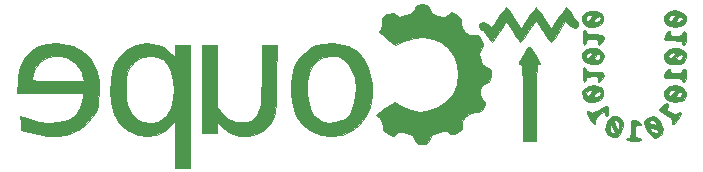
<source format=gbr>
G04 #@! TF.GenerationSoftware,KiCad,Pcbnew,(5.1.4)-1*
G04 #@! TF.CreationDate,2019-11-21T21:18:38+01:00*
G04 #@! TF.ProjectId,asserv_dc,61737365-7276-45f6-9463-2e6b69636164,rev?*
G04 #@! TF.SameCoordinates,Original*
G04 #@! TF.FileFunction,Legend,Bot*
G04 #@! TF.FilePolarity,Positive*
%FSLAX46Y46*%
G04 Gerber Fmt 4.6, Leading zero omitted, Abs format (unit mm)*
G04 Created by KiCad (PCBNEW (5.1.4)-1) date 2019-11-21 21:18:38*
%MOMM*%
%LPD*%
G04 APERTURE LIST*
%ADD10C,0.010000*%
G04 APERTURE END LIST*
D10*
G36*
X114021059Y-72451639D02*
G01*
X113594347Y-72617869D01*
X113371334Y-72896387D01*
X113371299Y-73250793D01*
X113479413Y-73474297D01*
X113673411Y-73689156D01*
X113942528Y-73781814D01*
X114239745Y-73797000D01*
X114718967Y-73735395D01*
X115009022Y-73553473D01*
X115188096Y-73216551D01*
X115172450Y-73077333D01*
X114955000Y-73077333D01*
X114865719Y-73326231D01*
X114586246Y-73415320D01*
X114548365Y-73416000D01*
X114387250Y-73379759D01*
X114414292Y-73226101D01*
X114447000Y-73162000D01*
X114622586Y-72969621D01*
X114817524Y-72912321D01*
X114943521Y-73004814D01*
X114955000Y-73077333D01*
X115172450Y-73077333D01*
X115151921Y-72894668D01*
X115148360Y-72890256D01*
X114243874Y-72890256D01*
X114113549Y-73105021D01*
X113914255Y-73295206D01*
X113749662Y-73293790D01*
X113692187Y-73124228D01*
X113727651Y-72980036D01*
X113902650Y-72816676D01*
X114064942Y-72781000D01*
X114236414Y-72796919D01*
X114243874Y-72890256D01*
X115148360Y-72890256D01*
X114937851Y-72629483D01*
X114583240Y-72462654D01*
X114125440Y-72435840D01*
X114021059Y-72451639D01*
X114021059Y-72451639D01*
G37*
X114021059Y-72451639D02*
X113594347Y-72617869D01*
X113371334Y-72896387D01*
X113371299Y-73250793D01*
X113479413Y-73474297D01*
X113673411Y-73689156D01*
X113942528Y-73781814D01*
X114239745Y-73797000D01*
X114718967Y-73735395D01*
X115009022Y-73553473D01*
X115188096Y-73216551D01*
X115172450Y-73077333D01*
X114955000Y-73077333D01*
X114865719Y-73326231D01*
X114586246Y-73415320D01*
X114548365Y-73416000D01*
X114387250Y-73379759D01*
X114414292Y-73226101D01*
X114447000Y-73162000D01*
X114622586Y-72969621D01*
X114817524Y-72912321D01*
X114943521Y-73004814D01*
X114955000Y-73077333D01*
X115172450Y-73077333D01*
X115151921Y-72894668D01*
X115148360Y-72890256D01*
X114243874Y-72890256D01*
X114113549Y-73105021D01*
X113914255Y-73295206D01*
X113749662Y-73293790D01*
X113692187Y-73124228D01*
X113727651Y-72980036D01*
X113902650Y-72816676D01*
X114064942Y-72781000D01*
X114236414Y-72796919D01*
X114243874Y-72890256D01*
X115148360Y-72890256D01*
X114937851Y-72629483D01*
X114583240Y-72462654D01*
X114125440Y-72435840D01*
X114021059Y-72451639D01*
G36*
X120759749Y-72523037D02*
G01*
X120475713Y-72728651D01*
X120314680Y-72997573D01*
X120320465Y-73298635D01*
X120521251Y-73586816D01*
X120850479Y-73748732D01*
X121279104Y-73796560D01*
X121696226Y-73731972D01*
X121983817Y-73564749D01*
X122172652Y-73207457D01*
X122161215Y-73107090D01*
X121881262Y-73107090D01*
X121803617Y-73236806D01*
X121606937Y-73379028D01*
X121406292Y-73410576D01*
X121305623Y-73317330D01*
X121305000Y-73304550D01*
X121401836Y-73117086D01*
X121610397Y-72978267D01*
X121807765Y-72968494D01*
X121813604Y-72971873D01*
X121881262Y-73107090D01*
X122161215Y-73107090D01*
X122136506Y-72890256D01*
X121228874Y-72890256D01*
X121098549Y-73105021D01*
X120899255Y-73295206D01*
X120734662Y-73293790D01*
X120677187Y-73124228D01*
X120712651Y-72980036D01*
X120887650Y-72816676D01*
X121049942Y-72781000D01*
X121221414Y-72796919D01*
X121228874Y-72890256D01*
X122136506Y-72890256D01*
X122132328Y-72853601D01*
X121911742Y-72597701D01*
X121521577Y-72426395D01*
X121122975Y-72411896D01*
X120759749Y-72523037D01*
X120759749Y-72523037D01*
G37*
X120759749Y-72523037D02*
X120475713Y-72728651D01*
X120314680Y-72997573D01*
X120320465Y-73298635D01*
X120521251Y-73586816D01*
X120850479Y-73748732D01*
X121279104Y-73796560D01*
X121696226Y-73731972D01*
X121983817Y-73564749D01*
X122172652Y-73207457D01*
X122161215Y-73107090D01*
X121881262Y-73107090D01*
X121803617Y-73236806D01*
X121606937Y-73379028D01*
X121406292Y-73410576D01*
X121305623Y-73317330D01*
X121305000Y-73304550D01*
X121401836Y-73117086D01*
X121610397Y-72978267D01*
X121807765Y-72968494D01*
X121813604Y-72971873D01*
X121881262Y-73107090D01*
X122161215Y-73107090D01*
X122136506Y-72890256D01*
X121228874Y-72890256D01*
X121098549Y-73105021D01*
X120899255Y-73295206D01*
X120734662Y-73293790D01*
X120677187Y-73124228D01*
X120712651Y-72980036D01*
X120887650Y-72816676D01*
X121049942Y-72781000D01*
X121221414Y-72796919D01*
X121228874Y-72890256D01*
X122136506Y-72890256D01*
X122132328Y-72853601D01*
X121911742Y-72597701D01*
X121521577Y-72426395D01*
X121122975Y-72411896D01*
X120759749Y-72523037D01*
G36*
X111931569Y-72244714D02*
G01*
X111722998Y-72508080D01*
X111453199Y-72886935D01*
X111341758Y-73052089D01*
X110739249Y-73958178D01*
X110148375Y-73054226D01*
X109869725Y-72643519D01*
X109637490Y-72329797D01*
X109489270Y-72162789D01*
X109463263Y-72148137D01*
X109354856Y-72245787D01*
X109147352Y-72507999D01*
X108878765Y-72885520D01*
X108772495Y-73043098D01*
X108175964Y-73940196D01*
X107614552Y-73043098D01*
X107345715Y-72631922D01*
X107119791Y-72319928D01*
X106974390Y-72157903D01*
X106950230Y-72146000D01*
X106840367Y-72246408D01*
X106636887Y-72514003D01*
X106377138Y-72898338D01*
X106278314Y-73053539D01*
X106000051Y-73490155D01*
X105819602Y-73739471D01*
X105702550Y-73831053D01*
X105614478Y-73794464D01*
X105539105Y-73688539D01*
X105256140Y-73458519D01*
X105018451Y-73416000D01*
X104760516Y-73457648D01*
X104672718Y-73628882D01*
X104668000Y-73733500D01*
X104734241Y-73988857D01*
X104858500Y-74051000D01*
X105027703Y-74105219D01*
X105049000Y-74151047D01*
X105123839Y-74301963D01*
X105311912Y-74562590D01*
X105403902Y-74676209D01*
X105758803Y-75101323D01*
X106307819Y-74258661D01*
X106576865Y-73863433D01*
X106800253Y-73567579D01*
X106938411Y-73422623D01*
X106955022Y-73415999D01*
X107062430Y-73517369D01*
X107256755Y-73785400D01*
X107499324Y-74165975D01*
X107543355Y-74239281D01*
X107789861Y-74634111D01*
X107994015Y-74926213D01*
X108117406Y-75061324D01*
X108127738Y-75064781D01*
X108236302Y-74967201D01*
X108443703Y-74705263D01*
X108711703Y-74328441D01*
X108813121Y-74178000D01*
X109087071Y-73773294D01*
X109304951Y-73465030D01*
X109431614Y-73302412D01*
X109448121Y-73289000D01*
X109533309Y-73387087D01*
X109722376Y-73648547D01*
X109980174Y-74024177D01*
X110083121Y-74178000D01*
X110361139Y-74583194D01*
X110588867Y-74891271D01*
X110729151Y-75052844D01*
X110750883Y-75065642D01*
X110849886Y-74965607D01*
X111046705Y-74700396D01*
X111304712Y-74320330D01*
X111399000Y-74175229D01*
X111970500Y-73286175D01*
X112229271Y-73605087D01*
X112513206Y-73852071D01*
X112784973Y-73928080D01*
X112983751Y-73833008D01*
X113050000Y-73606500D01*
X113017339Y-73367585D01*
X112954750Y-73288772D01*
X112839204Y-73190131D01*
X112644829Y-72937095D01*
X112498589Y-72717272D01*
X112279902Y-72397523D01*
X112106098Y-72190203D01*
X112040972Y-72145999D01*
X111931569Y-72244714D01*
X111931569Y-72244714D01*
G37*
X111931569Y-72244714D02*
X111722998Y-72508080D01*
X111453199Y-72886935D01*
X111341758Y-73052089D01*
X110739249Y-73958178D01*
X110148375Y-73054226D01*
X109869725Y-72643519D01*
X109637490Y-72329797D01*
X109489270Y-72162789D01*
X109463263Y-72148137D01*
X109354856Y-72245787D01*
X109147352Y-72507999D01*
X108878765Y-72885520D01*
X108772495Y-73043098D01*
X108175964Y-73940196D01*
X107614552Y-73043098D01*
X107345715Y-72631922D01*
X107119791Y-72319928D01*
X106974390Y-72157903D01*
X106950230Y-72146000D01*
X106840367Y-72246408D01*
X106636887Y-72514003D01*
X106377138Y-72898338D01*
X106278314Y-73053539D01*
X106000051Y-73490155D01*
X105819602Y-73739471D01*
X105702550Y-73831053D01*
X105614478Y-73794464D01*
X105539105Y-73688539D01*
X105256140Y-73458519D01*
X105018451Y-73416000D01*
X104760516Y-73457648D01*
X104672718Y-73628882D01*
X104668000Y-73733500D01*
X104734241Y-73988857D01*
X104858500Y-74051000D01*
X105027703Y-74105219D01*
X105049000Y-74151047D01*
X105123839Y-74301963D01*
X105311912Y-74562590D01*
X105403902Y-74676209D01*
X105758803Y-75101323D01*
X106307819Y-74258661D01*
X106576865Y-73863433D01*
X106800253Y-73567579D01*
X106938411Y-73422623D01*
X106955022Y-73415999D01*
X107062430Y-73517369D01*
X107256755Y-73785400D01*
X107499324Y-74165975D01*
X107543355Y-74239281D01*
X107789861Y-74634111D01*
X107994015Y-74926213D01*
X108117406Y-75061324D01*
X108127738Y-75064781D01*
X108236302Y-74967201D01*
X108443703Y-74705263D01*
X108711703Y-74328441D01*
X108813121Y-74178000D01*
X109087071Y-73773294D01*
X109304951Y-73465030D01*
X109431614Y-73302412D01*
X109448121Y-73289000D01*
X109533309Y-73387087D01*
X109722376Y-73648547D01*
X109980174Y-74024177D01*
X110083121Y-74178000D01*
X110361139Y-74583194D01*
X110588867Y-74891271D01*
X110729151Y-75052844D01*
X110750883Y-75065642D01*
X110849886Y-74965607D01*
X111046705Y-74700396D01*
X111304712Y-74320330D01*
X111399000Y-74175229D01*
X111970500Y-73286175D01*
X112229271Y-73605087D01*
X112513206Y-73852071D01*
X112784973Y-73928080D01*
X112983751Y-73833008D01*
X113050000Y-73606500D01*
X113017339Y-73367585D01*
X112954750Y-73288772D01*
X112839204Y-73190131D01*
X112644829Y-72937095D01*
X112498589Y-72717272D01*
X112279902Y-72397523D01*
X112106098Y-72190203D01*
X112040972Y-72145999D01*
X111931569Y-72244714D01*
G36*
X113485554Y-74165220D02*
G01*
X113439571Y-74457263D01*
X113431000Y-74686000D01*
X113453845Y-75048231D01*
X113512253Y-75278147D01*
X113558000Y-75321000D01*
X113661186Y-75214631D01*
X113685000Y-75067000D01*
X113723258Y-74906966D01*
X113881388Y-74832147D01*
X114224423Y-74813024D01*
X114244611Y-74813000D01*
X114588607Y-74826128D01*
X114737261Y-74885472D01*
X114748707Y-75020974D01*
X114737799Y-75067000D01*
X114731805Y-75278506D01*
X114841177Y-75297301D01*
X115015494Y-75123108D01*
X115051451Y-75068723D01*
X115206692Y-74757026D01*
X115183681Y-74563377D01*
X114959166Y-74463282D01*
X114509896Y-74432249D01*
X114447000Y-74432000D01*
X114004542Y-74417369D01*
X113766988Y-74365507D01*
X113686503Y-74264453D01*
X113685000Y-74241500D01*
X113616424Y-74072492D01*
X113558000Y-74051000D01*
X113485554Y-74165220D01*
X113485554Y-74165220D01*
G37*
X113485554Y-74165220D02*
X113439571Y-74457263D01*
X113431000Y-74686000D01*
X113453845Y-75048231D01*
X113512253Y-75278147D01*
X113558000Y-75321000D01*
X113661186Y-75214631D01*
X113685000Y-75067000D01*
X113723258Y-74906966D01*
X113881388Y-74832147D01*
X114224423Y-74813024D01*
X114244611Y-74813000D01*
X114588607Y-74826128D01*
X114737261Y-74885472D01*
X114748707Y-75020974D01*
X114737799Y-75067000D01*
X114731805Y-75278506D01*
X114841177Y-75297301D01*
X115015494Y-75123108D01*
X115051451Y-75068723D01*
X115206692Y-74757026D01*
X115183681Y-74563377D01*
X114959166Y-74463282D01*
X114509896Y-74432249D01*
X114447000Y-74432000D01*
X114004542Y-74417369D01*
X113766988Y-74365507D01*
X113686503Y-74264453D01*
X113685000Y-74241500D01*
X113616424Y-74072492D01*
X113558000Y-74051000D01*
X113485554Y-74165220D01*
G36*
X120643984Y-74147604D02*
G01*
X120472384Y-74374416D01*
X120359486Y-74654250D01*
X120326430Y-74811630D01*
X120385084Y-74897139D01*
X120587688Y-74932635D01*
X120986481Y-74939973D01*
X121042442Y-74940000D01*
X121487711Y-74954344D01*
X121727981Y-75005253D01*
X121811045Y-75104542D01*
X121813000Y-75130500D01*
X121914660Y-75298872D01*
X122003500Y-75321000D01*
X122129062Y-75246207D01*
X122186255Y-74991895D01*
X122194000Y-74749500D01*
X122169070Y-74372816D01*
X122084299Y-74201237D01*
X122003500Y-74178000D01*
X121835128Y-74279659D01*
X121813000Y-74368500D01*
X121731303Y-74499370D01*
X121458784Y-74554671D01*
X121291413Y-74559000D01*
X120958896Y-74538940D01*
X120832085Y-74466048D01*
X120841366Y-74372567D01*
X120847675Y-74172987D01*
X120805844Y-74119965D01*
X120643984Y-74147604D01*
X120643984Y-74147604D01*
G37*
X120643984Y-74147604D02*
X120472384Y-74374416D01*
X120359486Y-74654250D01*
X120326430Y-74811630D01*
X120385084Y-74897139D01*
X120587688Y-74932635D01*
X120986481Y-74939973D01*
X121042442Y-74940000D01*
X121487711Y-74954344D01*
X121727981Y-75005253D01*
X121811045Y-75104542D01*
X121813000Y-75130500D01*
X121914660Y-75298872D01*
X122003500Y-75321000D01*
X122129062Y-75246207D01*
X122186255Y-74991895D01*
X122194000Y-74749500D01*
X122169070Y-74372816D01*
X122084299Y-74201237D01*
X122003500Y-74178000D01*
X121835128Y-74279659D01*
X121813000Y-74368500D01*
X121731303Y-74499370D01*
X121458784Y-74554671D01*
X121291413Y-74559000D01*
X120958896Y-74538940D01*
X120832085Y-74466048D01*
X120841366Y-74372567D01*
X120847675Y-74172987D01*
X120805844Y-74119965D01*
X120643984Y-74147604D01*
G36*
X114023297Y-75601161D02*
G01*
X113658362Y-75745509D01*
X113558000Y-75829000D01*
X113342194Y-76122928D01*
X113344644Y-76408080D01*
X113501702Y-76689741D01*
X113782398Y-76895274D01*
X114186271Y-76982150D01*
X114610127Y-76946922D01*
X114950773Y-76786145D01*
X114998817Y-76739749D01*
X115166010Y-76448716D01*
X115171819Y-76420371D01*
X114911016Y-76420371D01*
X114733592Y-76564136D01*
X114562037Y-76591000D01*
X114390008Y-76556484D01*
X114411371Y-76407233D01*
X114447000Y-76337000D01*
X114635946Y-76113066D01*
X114819278Y-76125428D01*
X114891500Y-76210000D01*
X114911016Y-76420371D01*
X115171819Y-76420371D01*
X115209000Y-76238951D01*
X115146307Y-76065256D01*
X114243874Y-76065256D01*
X114113549Y-76280021D01*
X113914255Y-76470206D01*
X113749662Y-76468790D01*
X113692187Y-76299228D01*
X113727651Y-76155036D01*
X113902650Y-75991676D01*
X114064942Y-75956000D01*
X114236414Y-75971919D01*
X114243874Y-76065256D01*
X115146307Y-76065256D01*
X115098651Y-75933223D01*
X114815927Y-75713016D01*
X114433314Y-75596329D01*
X114023297Y-75601161D01*
X114023297Y-75601161D01*
G37*
X114023297Y-75601161D02*
X113658362Y-75745509D01*
X113558000Y-75829000D01*
X113342194Y-76122928D01*
X113344644Y-76408080D01*
X113501702Y-76689741D01*
X113782398Y-76895274D01*
X114186271Y-76982150D01*
X114610127Y-76946922D01*
X114950773Y-76786145D01*
X114998817Y-76739749D01*
X115166010Y-76448716D01*
X115171819Y-76420371D01*
X114911016Y-76420371D01*
X114733592Y-76564136D01*
X114562037Y-76591000D01*
X114390008Y-76556484D01*
X114411371Y-76407233D01*
X114447000Y-76337000D01*
X114635946Y-76113066D01*
X114819278Y-76125428D01*
X114891500Y-76210000D01*
X114911016Y-76420371D01*
X115171819Y-76420371D01*
X115209000Y-76238951D01*
X115146307Y-76065256D01*
X114243874Y-76065256D01*
X114113549Y-76280021D01*
X113914255Y-76470206D01*
X113749662Y-76468790D01*
X113692187Y-76299228D01*
X113727651Y-76155036D01*
X113902650Y-75991676D01*
X114064942Y-75956000D01*
X114236414Y-75971919D01*
X114243874Y-76065256D01*
X115146307Y-76065256D01*
X115098651Y-75933223D01*
X114815927Y-75713016D01*
X114433314Y-75596329D01*
X114023297Y-75601161D01*
G36*
X120759749Y-75698037D02*
G01*
X120475713Y-75903651D01*
X120314680Y-76172573D01*
X120320465Y-76473635D01*
X120521251Y-76761816D01*
X120850479Y-76923732D01*
X121279104Y-76971560D01*
X121696226Y-76906972D01*
X121983817Y-76739749D01*
X122172652Y-76382457D01*
X122163012Y-76297858D01*
X121884180Y-76297858D01*
X121797665Y-76479220D01*
X121597398Y-76586836D01*
X121545413Y-76591000D01*
X121346434Y-76541908D01*
X121305000Y-76479550D01*
X121399465Y-76296197D01*
X121602356Y-76153710D01*
X121792918Y-76134696D01*
X121801891Y-76139633D01*
X121884180Y-76297858D01*
X122163012Y-76297858D01*
X122136506Y-76065256D01*
X121228874Y-76065256D01*
X121098549Y-76280021D01*
X120899255Y-76470206D01*
X120734662Y-76468790D01*
X120677187Y-76299228D01*
X120712651Y-76155036D01*
X120887650Y-75991676D01*
X121049942Y-75956000D01*
X121221414Y-75971919D01*
X121228874Y-76065256D01*
X122136506Y-76065256D01*
X122132328Y-76028601D01*
X121911742Y-75772701D01*
X121521577Y-75601395D01*
X121122975Y-75586896D01*
X120759749Y-75698037D01*
X120759749Y-75698037D01*
G37*
X120759749Y-75698037D02*
X120475713Y-75903651D01*
X120314680Y-76172573D01*
X120320465Y-76473635D01*
X120521251Y-76761816D01*
X120850479Y-76923732D01*
X121279104Y-76971560D01*
X121696226Y-76906972D01*
X121983817Y-76739749D01*
X122172652Y-76382457D01*
X122163012Y-76297858D01*
X121884180Y-76297858D01*
X121797665Y-76479220D01*
X121597398Y-76586836D01*
X121545413Y-76591000D01*
X121346434Y-76541908D01*
X121305000Y-76479550D01*
X121399465Y-76296197D01*
X121602356Y-76153710D01*
X121792918Y-76134696D01*
X121801891Y-76139633D01*
X121884180Y-76297858D01*
X122163012Y-76297858D01*
X122136506Y-76065256D01*
X121228874Y-76065256D01*
X121098549Y-76280021D01*
X120899255Y-76470206D01*
X120734662Y-76468790D01*
X120677187Y-76299228D01*
X120712651Y-76155036D01*
X120887650Y-75991676D01*
X121049942Y-75956000D01*
X121221414Y-75971919D01*
X121228874Y-76065256D01*
X122136506Y-76065256D01*
X122132328Y-76028601D01*
X121911742Y-75772701D01*
X121521577Y-75601395D01*
X121122975Y-75586896D01*
X120759749Y-75698037D01*
G36*
X113485554Y-77340220D02*
G01*
X113439571Y-77632263D01*
X113431000Y-77861000D01*
X113453845Y-78223231D01*
X113512253Y-78453147D01*
X113558000Y-78496000D01*
X113661186Y-78389631D01*
X113685000Y-78242000D01*
X113723258Y-78081966D01*
X113881388Y-78007147D01*
X114224423Y-77988024D01*
X114244611Y-77988000D01*
X114588607Y-78001128D01*
X114737261Y-78060472D01*
X114748707Y-78195974D01*
X114737799Y-78242000D01*
X114731805Y-78453506D01*
X114841177Y-78472301D01*
X115015494Y-78298108D01*
X115051451Y-78243723D01*
X115206692Y-77932026D01*
X115183681Y-77738377D01*
X114959166Y-77638282D01*
X114509896Y-77607249D01*
X114447000Y-77607000D01*
X114004542Y-77592369D01*
X113766988Y-77540507D01*
X113686503Y-77439453D01*
X113685000Y-77416500D01*
X113616424Y-77247492D01*
X113558000Y-77226000D01*
X113485554Y-77340220D01*
X113485554Y-77340220D01*
G37*
X113485554Y-77340220D02*
X113439571Y-77632263D01*
X113431000Y-77861000D01*
X113453845Y-78223231D01*
X113512253Y-78453147D01*
X113558000Y-78496000D01*
X113661186Y-78389631D01*
X113685000Y-78242000D01*
X113723258Y-78081966D01*
X113881388Y-78007147D01*
X114224423Y-77988024D01*
X114244611Y-77988000D01*
X114588607Y-78001128D01*
X114737261Y-78060472D01*
X114748707Y-78195974D01*
X114737799Y-78242000D01*
X114731805Y-78453506D01*
X114841177Y-78472301D01*
X115015494Y-78298108D01*
X115051451Y-78243723D01*
X115206692Y-77932026D01*
X115183681Y-77738377D01*
X114959166Y-77638282D01*
X114509896Y-77607249D01*
X114447000Y-77607000D01*
X114004542Y-77592369D01*
X113766988Y-77540507D01*
X113686503Y-77439453D01*
X113685000Y-77416500D01*
X113616424Y-77247492D01*
X113558000Y-77226000D01*
X113485554Y-77340220D01*
G36*
X120566109Y-77457355D02*
G01*
X120401533Y-77699568D01*
X120298413Y-77973355D01*
X120289000Y-78059767D01*
X120404417Y-78088902D01*
X120704401Y-78108916D01*
X121051000Y-78115000D01*
X121493459Y-78129630D01*
X121731013Y-78181492D01*
X121811498Y-78282546D01*
X121813000Y-78305500D01*
X121914660Y-78473872D01*
X122003500Y-78496000D01*
X122129062Y-78421207D01*
X122186255Y-78166895D01*
X122194000Y-77924500D01*
X122169070Y-77547816D01*
X122084299Y-77376237D01*
X122003500Y-77353000D01*
X121835128Y-77454659D01*
X121813000Y-77543500D01*
X121731303Y-77674370D01*
X121458784Y-77729671D01*
X121291413Y-77734000D01*
X120960012Y-77714630D01*
X120832971Y-77643038D01*
X120842927Y-77543500D01*
X120822982Y-77379814D01*
X120726371Y-77353000D01*
X120566109Y-77457355D01*
X120566109Y-77457355D01*
G37*
X120566109Y-77457355D02*
X120401533Y-77699568D01*
X120298413Y-77973355D01*
X120289000Y-78059767D01*
X120404417Y-78088902D01*
X120704401Y-78108916D01*
X121051000Y-78115000D01*
X121493459Y-78129630D01*
X121731013Y-78181492D01*
X121811498Y-78282546D01*
X121813000Y-78305500D01*
X121914660Y-78473872D01*
X122003500Y-78496000D01*
X122129062Y-78421207D01*
X122186255Y-78166895D01*
X122194000Y-77924500D01*
X122169070Y-77547816D01*
X122084299Y-77376237D01*
X122003500Y-77353000D01*
X121835128Y-77454659D01*
X121813000Y-77543500D01*
X121731303Y-77674370D01*
X121458784Y-77729671D01*
X121291413Y-77734000D01*
X120960012Y-77714630D01*
X120832971Y-77643038D01*
X120842927Y-77543500D01*
X120822982Y-77379814D01*
X120726371Y-77353000D01*
X120566109Y-77457355D01*
G36*
X113921437Y-78831213D02*
G01*
X113575099Y-79045582D01*
X113394550Y-79349200D01*
X113416450Y-79698162D01*
X113488402Y-79838016D01*
X113681604Y-80045144D01*
X113960033Y-80133773D01*
X114239745Y-80147000D01*
X114734961Y-80079936D01*
X114998817Y-79914749D01*
X115182185Y-79562099D01*
X115170050Y-79427333D01*
X114955000Y-79427333D01*
X114865719Y-79676231D01*
X114586246Y-79765320D01*
X114548365Y-79766000D01*
X114387250Y-79729759D01*
X114414292Y-79576101D01*
X114447000Y-79512000D01*
X114622586Y-79319621D01*
X114817524Y-79262321D01*
X114943521Y-79354814D01*
X114955000Y-79427333D01*
X115170050Y-79427333D01*
X115151397Y-79220181D01*
X114230861Y-79220181D01*
X114125975Y-79435937D01*
X114118536Y-79447409D01*
X113915685Y-79659435D01*
X113753938Y-79665729D01*
X113685091Y-79465432D01*
X113685000Y-79454592D01*
X113794790Y-79270456D01*
X114055327Y-79148576D01*
X114206315Y-79131000D01*
X114230861Y-79220181D01*
X115151397Y-79220181D01*
X115150631Y-79211679D01*
X114936131Y-78925363D01*
X114570659Y-78765026D01*
X114396901Y-78750000D01*
X113921437Y-78831213D01*
X113921437Y-78831213D01*
G37*
X113921437Y-78831213D02*
X113575099Y-79045582D01*
X113394550Y-79349200D01*
X113416450Y-79698162D01*
X113488402Y-79838016D01*
X113681604Y-80045144D01*
X113960033Y-80133773D01*
X114239745Y-80147000D01*
X114734961Y-80079936D01*
X114998817Y-79914749D01*
X115182185Y-79562099D01*
X115170050Y-79427333D01*
X114955000Y-79427333D01*
X114865719Y-79676231D01*
X114586246Y-79765320D01*
X114548365Y-79766000D01*
X114387250Y-79729759D01*
X114414292Y-79576101D01*
X114447000Y-79512000D01*
X114622586Y-79319621D01*
X114817524Y-79262321D01*
X114943521Y-79354814D01*
X114955000Y-79427333D01*
X115170050Y-79427333D01*
X115151397Y-79220181D01*
X114230861Y-79220181D01*
X114125975Y-79435937D01*
X114118536Y-79447409D01*
X113915685Y-79659435D01*
X113753938Y-79665729D01*
X113685091Y-79465432D01*
X113685000Y-79454592D01*
X113794790Y-79270456D01*
X114055327Y-79148576D01*
X114206315Y-79131000D01*
X114230861Y-79220181D01*
X115151397Y-79220181D01*
X115150631Y-79211679D01*
X114936131Y-78925363D01*
X114570659Y-78765026D01*
X114396901Y-78750000D01*
X113921437Y-78831213D01*
G36*
X120803911Y-78834994D02*
G01*
X120486496Y-79054381D01*
X120321660Y-79354766D01*
X120341806Y-79682756D01*
X120521251Y-79936816D01*
X120835052Y-80089007D01*
X121258219Y-80143790D01*
X121678460Y-80100356D01*
X121983484Y-79957896D01*
X121994429Y-79947428D01*
X122173390Y-79626900D01*
X122162564Y-79512000D01*
X121813000Y-79512000D01*
X121723198Y-79724256D01*
X121559000Y-79766000D01*
X121352477Y-79723367D01*
X121305000Y-79664400D01*
X121396485Y-79481054D01*
X121586533Y-79306789D01*
X121711401Y-79258000D01*
X121794010Y-79364581D01*
X121813000Y-79512000D01*
X122162564Y-79512000D01*
X122141918Y-79292887D01*
X122097641Y-79230407D01*
X121232946Y-79230407D01*
X121088679Y-79438515D01*
X120881044Y-79620985D01*
X120722795Y-79615745D01*
X120681375Y-79442251D01*
X120712651Y-79330036D01*
X120887484Y-79167317D01*
X121052944Y-79131000D01*
X121227616Y-79144740D01*
X121232946Y-79230407D01*
X122097641Y-79230407D01*
X121934302Y-78999922D01*
X121584832Y-78802538D01*
X121241500Y-78750000D01*
X120803911Y-78834994D01*
X120803911Y-78834994D01*
G37*
X120803911Y-78834994D02*
X120486496Y-79054381D01*
X120321660Y-79354766D01*
X120341806Y-79682756D01*
X120521251Y-79936816D01*
X120835052Y-80089007D01*
X121258219Y-80143790D01*
X121678460Y-80100356D01*
X121983484Y-79957896D01*
X121994429Y-79947428D01*
X122173390Y-79626900D01*
X122162564Y-79512000D01*
X121813000Y-79512000D01*
X121723198Y-79724256D01*
X121559000Y-79766000D01*
X121352477Y-79723367D01*
X121305000Y-79664400D01*
X121396485Y-79481054D01*
X121586533Y-79306789D01*
X121711401Y-79258000D01*
X121794010Y-79364581D01*
X121813000Y-79512000D01*
X122162564Y-79512000D01*
X122141918Y-79292887D01*
X122097641Y-79230407D01*
X121232946Y-79230407D01*
X121088679Y-79438515D01*
X120881044Y-79620985D01*
X120722795Y-79615745D01*
X120681375Y-79442251D01*
X120712651Y-79330036D01*
X120887484Y-79167317D01*
X121052944Y-79131000D01*
X121227616Y-79144740D01*
X121232946Y-79230407D01*
X122097641Y-79230407D01*
X121934302Y-78999922D01*
X121584832Y-78802538D01*
X121241500Y-78750000D01*
X120803911Y-78834994D01*
G36*
X115374746Y-80514759D02*
G01*
X115090902Y-80644941D01*
X114802929Y-80809494D01*
X114417816Y-81026578D01*
X114187987Y-81099494D01*
X114069680Y-81041862D01*
X114067505Y-81038433D01*
X113906388Y-80939729D01*
X113832579Y-80959781D01*
X113796068Y-81124608D01*
X113940009Y-81453260D01*
X113958164Y-81484458D01*
X114193901Y-81839932D01*
X114367999Y-82014259D01*
X114457275Y-81985345D01*
X114461625Y-81964245D01*
X114465955Y-81754134D01*
X114461243Y-81671000D01*
X114550198Y-81488462D01*
X114790727Y-81263542D01*
X114891118Y-81193582D01*
X115171702Y-81018968D01*
X115299408Y-80979329D01*
X115334433Y-81071383D01*
X115336000Y-81169327D01*
X115384706Y-81345666D01*
X115463000Y-81353500D01*
X115551593Y-81181227D01*
X115588831Y-80889879D01*
X115566909Y-80610620D01*
X115514123Y-80494456D01*
X115374746Y-80514759D01*
X115374746Y-80514759D01*
G37*
X115374746Y-80514759D02*
X115090902Y-80644941D01*
X114802929Y-80809494D01*
X114417816Y-81026578D01*
X114187987Y-81099494D01*
X114069680Y-81041862D01*
X114067505Y-81038433D01*
X113906388Y-80939729D01*
X113832579Y-80959781D01*
X113796068Y-81124608D01*
X113940009Y-81453260D01*
X113958164Y-81484458D01*
X114193901Y-81839932D01*
X114367999Y-82014259D01*
X114457275Y-81985345D01*
X114461625Y-81964245D01*
X114465955Y-81754134D01*
X114461243Y-81671000D01*
X114550198Y-81488462D01*
X114790727Y-81263542D01*
X114891118Y-81193582D01*
X115171702Y-81018968D01*
X115299408Y-80979329D01*
X115334433Y-81071383D01*
X115336000Y-81169327D01*
X115384706Y-81345666D01*
X115463000Y-81353500D01*
X115551593Y-81181227D01*
X115588831Y-80889879D01*
X115566909Y-80610620D01*
X115514123Y-80494456D01*
X115374746Y-80514759D01*
G36*
X120379836Y-80347304D02*
G01*
X120138892Y-80514246D01*
X119951789Y-80695372D01*
X119908000Y-80783847D01*
X120008687Y-80907326D01*
X120266847Y-81100125D01*
X120483487Y-81235550D01*
X120831428Y-81465657D01*
X120982864Y-81648045D01*
X120982929Y-81812404D01*
X120962545Y-82020473D01*
X121062682Y-82056957D01*
X121238683Y-81943227D01*
X121445894Y-81700655D01*
X121543741Y-81544000D01*
X121705374Y-81218700D01*
X121721816Y-81062660D01*
X121656027Y-81036000D01*
X121409786Y-81118290D01*
X121361408Y-81157392D01*
X121168524Y-81178091D01*
X120836396Y-81022972D01*
X120808061Y-81005291D01*
X120574019Y-80826989D01*
X120499893Y-80704417D01*
X120523054Y-80682815D01*
X120640328Y-80558398D01*
X120666326Y-80378412D01*
X120585462Y-80275035D01*
X120571259Y-80274000D01*
X120379836Y-80347304D01*
X120379836Y-80347304D01*
G37*
X120379836Y-80347304D02*
X120138892Y-80514246D01*
X119951789Y-80695372D01*
X119908000Y-80783847D01*
X120008687Y-80907326D01*
X120266847Y-81100125D01*
X120483487Y-81235550D01*
X120831428Y-81465657D01*
X120982864Y-81648045D01*
X120982929Y-81812404D01*
X120962545Y-82020473D01*
X121062682Y-82056957D01*
X121238683Y-81943227D01*
X121445894Y-81700655D01*
X121543741Y-81544000D01*
X121705374Y-81218700D01*
X121721816Y-81062660D01*
X121656027Y-81036000D01*
X121409786Y-81118290D01*
X121361408Y-81157392D01*
X121168524Y-81178091D01*
X120836396Y-81022972D01*
X120808061Y-81005291D01*
X120574019Y-80826989D01*
X120499893Y-80704417D01*
X120523054Y-80682815D01*
X120640328Y-80558398D01*
X120666326Y-80378412D01*
X120585462Y-80275035D01*
X120571259Y-80274000D01*
X120379836Y-80347304D01*
G36*
X68057450Y-75251746D02*
G01*
X67396454Y-75439266D01*
X66831893Y-75781073D01*
X66588622Y-75994186D01*
X66114096Y-76550344D01*
X65803168Y-77178466D01*
X65628296Y-77944236D01*
X65583881Y-78390348D01*
X65515706Y-79385000D01*
X71140000Y-79385000D01*
X71137211Y-79734250D01*
X71058453Y-80163805D01*
X70863687Y-80660302D01*
X70606641Y-81104677D01*
X70423039Y-81316906D01*
X69849404Y-81668192D01*
X69117642Y-81871176D01*
X68278673Y-81921831D01*
X67383418Y-81816129D01*
X66656700Y-81614801D01*
X65792899Y-81309959D01*
X65831200Y-81903229D01*
X65869500Y-82496500D01*
X66564535Y-82726928D01*
X67283124Y-82902768D01*
X68089391Y-83000486D01*
X68892015Y-83016213D01*
X69599679Y-82946080D01*
X69917000Y-82868971D01*
X70832206Y-82457429D01*
X71565196Y-81869561D01*
X72114256Y-81106917D01*
X72296274Y-80718500D01*
X72365423Y-80423013D01*
X72419854Y-79954526D01*
X72451424Y-79393954D01*
X72456013Y-79131000D01*
X72446424Y-78490430D01*
X72435125Y-78369000D01*
X71169625Y-78369000D01*
X68995813Y-78369000D01*
X68206785Y-78368066D01*
X67636317Y-78362252D01*
X67248971Y-78347034D01*
X67009307Y-78317890D01*
X66881886Y-78270298D01*
X66831268Y-78199735D01*
X66822015Y-78101678D01*
X66822000Y-78091596D01*
X66876342Y-77810587D01*
X67013143Y-77429639D01*
X67083634Y-77273730D01*
X67463577Y-76752192D01*
X67981869Y-76404876D01*
X68588024Y-76236128D01*
X69231559Y-76250292D01*
X69861991Y-76451714D01*
X70428834Y-76844738D01*
X70555996Y-76974882D01*
X70813546Y-77287286D01*
X70980086Y-77541704D01*
X71014735Y-77639115D01*
X71047498Y-77883784D01*
X71093047Y-78083250D01*
X71169625Y-78369000D01*
X72435125Y-78369000D01*
X72402680Y-78020351D01*
X72312181Y-77638170D01*
X72175136Y-77289500D01*
X71679168Y-76459368D01*
X71034705Y-75834707D01*
X70247415Y-75419120D01*
X69322966Y-75216211D01*
X68881671Y-75195240D01*
X68057450Y-75251746D01*
X68057450Y-75251746D01*
G37*
X68057450Y-75251746D02*
X67396454Y-75439266D01*
X66831893Y-75781073D01*
X66588622Y-75994186D01*
X66114096Y-76550344D01*
X65803168Y-77178466D01*
X65628296Y-77944236D01*
X65583881Y-78390348D01*
X65515706Y-79385000D01*
X71140000Y-79385000D01*
X71137211Y-79734250D01*
X71058453Y-80163805D01*
X70863687Y-80660302D01*
X70606641Y-81104677D01*
X70423039Y-81316906D01*
X69849404Y-81668192D01*
X69117642Y-81871176D01*
X68278673Y-81921831D01*
X67383418Y-81816129D01*
X66656700Y-81614801D01*
X65792899Y-81309959D01*
X65831200Y-81903229D01*
X65869500Y-82496500D01*
X66564535Y-82726928D01*
X67283124Y-82902768D01*
X68089391Y-83000486D01*
X68892015Y-83016213D01*
X69599679Y-82946080D01*
X69917000Y-82868971D01*
X70832206Y-82457429D01*
X71565196Y-81869561D01*
X72114256Y-81106917D01*
X72296274Y-80718500D01*
X72365423Y-80423013D01*
X72419854Y-79954526D01*
X72451424Y-79393954D01*
X72456013Y-79131000D01*
X72446424Y-78490430D01*
X72435125Y-78369000D01*
X71169625Y-78369000D01*
X68995813Y-78369000D01*
X68206785Y-78368066D01*
X67636317Y-78362252D01*
X67248971Y-78347034D01*
X67009307Y-78317890D01*
X66881886Y-78270298D01*
X66831268Y-78199735D01*
X66822015Y-78101678D01*
X66822000Y-78091596D01*
X66876342Y-77810587D01*
X67013143Y-77429639D01*
X67083634Y-77273730D01*
X67463577Y-76752192D01*
X67981869Y-76404876D01*
X68588024Y-76236128D01*
X69231559Y-76250292D01*
X69861991Y-76451714D01*
X70428834Y-76844738D01*
X70555996Y-76974882D01*
X70813546Y-77287286D01*
X70980086Y-77541704D01*
X71014735Y-77639115D01*
X71047498Y-77883784D01*
X71093047Y-78083250D01*
X71169625Y-78369000D01*
X72435125Y-78369000D01*
X72402680Y-78020351D01*
X72312181Y-77638170D01*
X72175136Y-77289500D01*
X71679168Y-76459368D01*
X71034705Y-75834707D01*
X70247415Y-75419120D01*
X69322966Y-75216211D01*
X68881671Y-75195240D01*
X68057450Y-75251746D01*
G36*
X86252292Y-77765750D02*
G01*
X86245264Y-78562811D01*
X86226148Y-79303101D01*
X86197196Y-79937151D01*
X86160659Y-80415490D01*
X86119380Y-80686540D01*
X85869297Y-81282472D01*
X85495546Y-81667430D01*
X84971949Y-81864986D01*
X84781402Y-81891265D01*
X84037720Y-81858323D01*
X83411474Y-81601597D01*
X82891895Y-81116577D01*
X82872492Y-81091465D01*
X82506500Y-80611979D01*
X82465555Y-77966489D01*
X82424610Y-75321000D01*
X81173000Y-75321000D01*
X81173000Y-82814000D01*
X82443000Y-82814000D01*
X82443000Y-81837328D01*
X82927959Y-82298658D01*
X83598906Y-82770664D01*
X84360948Y-83017822D01*
X85171927Y-83031525D01*
X85788792Y-82882751D01*
X86426022Y-82544705D01*
X86917825Y-82023226D01*
X87188039Y-81544000D01*
X87276046Y-81333642D01*
X87343601Y-81105101D01*
X87394200Y-80820381D01*
X87431337Y-80441489D01*
X87458507Y-79930428D01*
X87479205Y-79249206D01*
X87496926Y-78359828D01*
X87500534Y-78146750D01*
X87547494Y-75321000D01*
X86253000Y-75321000D01*
X86252292Y-77765750D01*
X86252292Y-77765750D01*
G37*
X86252292Y-77765750D02*
X86245264Y-78562811D01*
X86226148Y-79303101D01*
X86197196Y-79937151D01*
X86160659Y-80415490D01*
X86119380Y-80686540D01*
X85869297Y-81282472D01*
X85495546Y-81667430D01*
X84971949Y-81864986D01*
X84781402Y-81891265D01*
X84037720Y-81858323D01*
X83411474Y-81601597D01*
X82891895Y-81116577D01*
X82872492Y-81091465D01*
X82506500Y-80611979D01*
X82465555Y-77966489D01*
X82424610Y-75321000D01*
X81173000Y-75321000D01*
X81173000Y-82814000D01*
X82443000Y-82814000D01*
X82443000Y-81837328D01*
X82927959Y-82298658D01*
X83598906Y-82770664D01*
X84360948Y-83017822D01*
X85171927Y-83031525D01*
X85788792Y-82882751D01*
X86426022Y-82544705D01*
X86917825Y-82023226D01*
X87188039Y-81544000D01*
X87276046Y-81333642D01*
X87343601Y-81105101D01*
X87394200Y-80820381D01*
X87431337Y-80441489D01*
X87458507Y-79930428D01*
X87479205Y-79249206D01*
X87496926Y-78359828D01*
X87500534Y-78146750D01*
X87547494Y-75321000D01*
X86253000Y-75321000D01*
X86252292Y-77765750D01*
G36*
X91458135Y-75229978D02*
G01*
X90866108Y-75352018D01*
X90370891Y-75590304D01*
X89897457Y-75973070D01*
X89738377Y-76130607D01*
X89328336Y-76598106D01*
X89064046Y-77039270D01*
X88881127Y-77555458D01*
X88697022Y-78560995D01*
X88693977Y-79563716D01*
X88862463Y-80513138D01*
X89192950Y-81358774D01*
X89675907Y-82050139D01*
X89742625Y-82119309D01*
X90425814Y-82629236D01*
X91237266Y-82946280D01*
X92126156Y-83057677D01*
X93041660Y-82950663D01*
X93047500Y-82949246D01*
X93839474Y-82633156D01*
X94502653Y-82118291D01*
X95022021Y-81432970D01*
X95382559Y-80605509D01*
X95569251Y-79664227D01*
X95567759Y-78958614D01*
X94237028Y-78958614D01*
X94188064Y-79779108D01*
X94005215Y-80521435D01*
X93702132Y-81138872D01*
X93292466Y-81584694D01*
X93084756Y-81713079D01*
X92487732Y-81894437D01*
X91850091Y-81904777D01*
X91270208Y-81747717D01*
X91077079Y-81639250D01*
X90629477Y-81226900D01*
X90322950Y-80677454D01*
X90142747Y-79955954D01*
X90081573Y-79279768D01*
X90098424Y-78392690D01*
X90243444Y-77689518D01*
X90530277Y-77127447D01*
X90894029Y-76730182D01*
X91474200Y-76363212D01*
X92079635Y-76226806D01*
X92673350Y-76305274D01*
X93218363Y-76582925D01*
X93677691Y-77044069D01*
X94014351Y-77673016D01*
X94138455Y-78106677D01*
X94237028Y-78958614D01*
X95567759Y-78958614D01*
X95567079Y-78637440D01*
X95522093Y-78282989D01*
X95267276Y-77272658D01*
X94854530Y-76458186D01*
X94287266Y-75842760D01*
X93568891Y-75429569D01*
X92702813Y-75221802D01*
X92222000Y-75195948D01*
X91458135Y-75229978D01*
X91458135Y-75229978D01*
G37*
X91458135Y-75229978D02*
X90866108Y-75352018D01*
X90370891Y-75590304D01*
X89897457Y-75973070D01*
X89738377Y-76130607D01*
X89328336Y-76598106D01*
X89064046Y-77039270D01*
X88881127Y-77555458D01*
X88697022Y-78560995D01*
X88693977Y-79563716D01*
X88862463Y-80513138D01*
X89192950Y-81358774D01*
X89675907Y-82050139D01*
X89742625Y-82119309D01*
X90425814Y-82629236D01*
X91237266Y-82946280D01*
X92126156Y-83057677D01*
X93041660Y-82950663D01*
X93047500Y-82949246D01*
X93839474Y-82633156D01*
X94502653Y-82118291D01*
X95022021Y-81432970D01*
X95382559Y-80605509D01*
X95569251Y-79664227D01*
X95567759Y-78958614D01*
X94237028Y-78958614D01*
X94188064Y-79779108D01*
X94005215Y-80521435D01*
X93702132Y-81138872D01*
X93292466Y-81584694D01*
X93084756Y-81713079D01*
X92487732Y-81894437D01*
X91850091Y-81904777D01*
X91270208Y-81747717D01*
X91077079Y-81639250D01*
X90629477Y-81226900D01*
X90322950Y-80677454D01*
X90142747Y-79955954D01*
X90081573Y-79279768D01*
X90098424Y-78392690D01*
X90243444Y-77689518D01*
X90530277Y-77127447D01*
X90894029Y-76730182D01*
X91474200Y-76363212D01*
X92079635Y-76226806D01*
X92673350Y-76305274D01*
X93218363Y-76582925D01*
X93677691Y-77044069D01*
X94014351Y-77673016D01*
X94138455Y-78106677D01*
X94237028Y-78958614D01*
X95567759Y-78958614D01*
X95567079Y-78637440D01*
X95522093Y-78282989D01*
X95267276Y-77272658D01*
X94854530Y-76458186D01*
X94287266Y-75842760D01*
X93568891Y-75429569D01*
X92702813Y-75221802D01*
X92222000Y-75195948D01*
X91458135Y-75229978D01*
G36*
X116004697Y-81342805D02*
G01*
X115744732Y-81532672D01*
X115510716Y-81875271D01*
X115361116Y-82271421D01*
X115336000Y-82477143D01*
X115446250Y-82831996D01*
X115724372Y-83076227D01*
X116091430Y-83159220D01*
X116322923Y-83109999D01*
X116522366Y-82925317D01*
X116654214Y-82690237D01*
X116155787Y-82690237D01*
X116143270Y-82794219D01*
X115986035Y-82813984D01*
X115974262Y-82814000D01*
X115786325Y-82755532D01*
X115719887Y-82536243D01*
X115717000Y-82433000D01*
X115734483Y-82165268D01*
X115776594Y-82052021D01*
X115777239Y-82052000D01*
X115869811Y-82152416D01*
X116015994Y-82397710D01*
X116034500Y-82433000D01*
X116155787Y-82690237D01*
X116654214Y-82690237D01*
X116709496Y-82591673D01*
X116834908Y-82211382D01*
X116853626Y-82052000D01*
X116479000Y-82052000D01*
X116461518Y-82319731D01*
X116419407Y-82432978D01*
X116418762Y-82433000D01*
X116326190Y-82332583D01*
X116180007Y-82087289D01*
X116161500Y-82052000D01*
X116040214Y-81794762D01*
X116052731Y-81690780D01*
X116209966Y-81671015D01*
X116221739Y-81671000D01*
X116409676Y-81729467D01*
X116476114Y-81948756D01*
X116479000Y-82052000D01*
X116853626Y-82052000D01*
X116860000Y-81997734D01*
X116752280Y-81684438D01*
X116490310Y-81436638D01*
X116165877Y-81324619D01*
X116004697Y-81342805D01*
X116004697Y-81342805D01*
G37*
X116004697Y-81342805D02*
X115744732Y-81532672D01*
X115510716Y-81875271D01*
X115361116Y-82271421D01*
X115336000Y-82477143D01*
X115446250Y-82831996D01*
X115724372Y-83076227D01*
X116091430Y-83159220D01*
X116322923Y-83109999D01*
X116522366Y-82925317D01*
X116654214Y-82690237D01*
X116155787Y-82690237D01*
X116143270Y-82794219D01*
X115986035Y-82813984D01*
X115974262Y-82814000D01*
X115786325Y-82755532D01*
X115719887Y-82536243D01*
X115717000Y-82433000D01*
X115734483Y-82165268D01*
X115776594Y-82052021D01*
X115777239Y-82052000D01*
X115869811Y-82152416D01*
X116015994Y-82397710D01*
X116034500Y-82433000D01*
X116155787Y-82690237D01*
X116654214Y-82690237D01*
X116709496Y-82591673D01*
X116834908Y-82211382D01*
X116853626Y-82052000D01*
X116479000Y-82052000D01*
X116461518Y-82319731D01*
X116419407Y-82432978D01*
X116418762Y-82433000D01*
X116326190Y-82332583D01*
X116180007Y-82087289D01*
X116161500Y-82052000D01*
X116040214Y-81794762D01*
X116052731Y-81690780D01*
X116209966Y-81671015D01*
X116221739Y-81671000D01*
X116409676Y-81729467D01*
X116476114Y-81948756D01*
X116479000Y-82052000D01*
X116853626Y-82052000D01*
X116860000Y-81997734D01*
X116752280Y-81684438D01*
X116490310Y-81436638D01*
X116165877Y-81324619D01*
X116004697Y-81342805D01*
G36*
X119060110Y-81410730D02*
G01*
X118934692Y-81482455D01*
X118719100Y-81665985D01*
X118655545Y-81891728D01*
X118682622Y-82159737D01*
X118848541Y-82611906D01*
X119085295Y-82909250D01*
X119340787Y-83113876D01*
X119527644Y-83171841D01*
X119764650Y-83107919D01*
X119858667Y-83070546D01*
X120128178Y-82847030D01*
X120167341Y-82613170D01*
X119849062Y-82613170D01*
X119790185Y-82753560D01*
X119608405Y-82814000D01*
X119386163Y-82731625D01*
X119298400Y-82661600D01*
X119157772Y-82459834D01*
X119202967Y-82359043D01*
X119336500Y-82373485D01*
X119636531Y-82467576D01*
X119725550Y-82495603D01*
X119849062Y-82613170D01*
X120167341Y-82613170D01*
X120189593Y-82480301D01*
X120089831Y-82136719D01*
X119748367Y-82136719D01*
X119677363Y-82162908D01*
X119594888Y-82134757D01*
X119307447Y-82061506D01*
X119199113Y-82052000D01*
X119039808Y-81950114D01*
X119019000Y-81861500D01*
X119106417Y-81702965D01*
X119308332Y-81682791D01*
X119534240Y-81789371D01*
X119664307Y-81944257D01*
X119748367Y-82136719D01*
X120089831Y-82136719D01*
X120042431Y-81973476D01*
X120031694Y-81949205D01*
X119758619Y-81521686D01*
X119434136Y-81341930D01*
X119060110Y-81410730D01*
X119060110Y-81410730D01*
G37*
X119060110Y-81410730D02*
X118934692Y-81482455D01*
X118719100Y-81665985D01*
X118655545Y-81891728D01*
X118682622Y-82159737D01*
X118848541Y-82611906D01*
X119085295Y-82909250D01*
X119340787Y-83113876D01*
X119527644Y-83171841D01*
X119764650Y-83107919D01*
X119858667Y-83070546D01*
X120128178Y-82847030D01*
X120167341Y-82613170D01*
X119849062Y-82613170D01*
X119790185Y-82753560D01*
X119608405Y-82814000D01*
X119386163Y-82731625D01*
X119298400Y-82661600D01*
X119157772Y-82459834D01*
X119202967Y-82359043D01*
X119336500Y-82373485D01*
X119636531Y-82467576D01*
X119725550Y-82495603D01*
X119849062Y-82613170D01*
X120167341Y-82613170D01*
X120189593Y-82480301D01*
X120089831Y-82136719D01*
X119748367Y-82136719D01*
X119677363Y-82162908D01*
X119594888Y-82134757D01*
X119307447Y-82061506D01*
X119199113Y-82052000D01*
X119039808Y-81950114D01*
X119019000Y-81861500D01*
X119106417Y-81702965D01*
X119308332Y-81682791D01*
X119534240Y-81789371D01*
X119664307Y-81944257D01*
X119748367Y-82136719D01*
X120089831Y-82136719D01*
X120042431Y-81973476D01*
X120031694Y-81949205D01*
X119758619Y-81521686D01*
X119434136Y-81341930D01*
X119060110Y-81410730D01*
G36*
X108774801Y-75544269D02*
G01*
X108604808Y-75795878D01*
X108431619Y-76088283D01*
X108173891Y-76524421D01*
X108032489Y-76786580D01*
X107993827Y-76919040D01*
X108044320Y-76966087D01*
X108160500Y-76972000D01*
X108219483Y-77000632D01*
X108265152Y-77104957D01*
X108299132Y-77312617D01*
X108323050Y-77651254D01*
X108338531Y-78148509D01*
X108347203Y-78832024D01*
X108350690Y-79729441D01*
X108351000Y-80210500D01*
X108351000Y-83449000D01*
X109494000Y-83449000D01*
X109494000Y-80210500D01*
X109495564Y-79210535D01*
X109501379Y-78436617D01*
X109513137Y-77860808D01*
X109532528Y-77455166D01*
X109561239Y-77191754D01*
X109600963Y-77042629D01*
X109653387Y-76979854D01*
X109689854Y-76972000D01*
X109779302Y-76928059D01*
X109747931Y-76767872D01*
X109585145Y-76448889D01*
X109539592Y-76368750D01*
X109251299Y-75866635D01*
X109055860Y-75568969D01*
X108911089Y-75465073D01*
X108774801Y-75544269D01*
X108774801Y-75544269D01*
G37*
X108774801Y-75544269D02*
X108604808Y-75795878D01*
X108431619Y-76088283D01*
X108173891Y-76524421D01*
X108032489Y-76786580D01*
X107993827Y-76919040D01*
X108044320Y-76966087D01*
X108160500Y-76972000D01*
X108219483Y-77000632D01*
X108265152Y-77104957D01*
X108299132Y-77312617D01*
X108323050Y-77651254D01*
X108338531Y-78148509D01*
X108347203Y-78832024D01*
X108350690Y-79729441D01*
X108351000Y-80210500D01*
X108351000Y-83449000D01*
X109494000Y-83449000D01*
X109494000Y-80210500D01*
X109495564Y-79210535D01*
X109501379Y-78436617D01*
X109513137Y-77860808D01*
X109532528Y-77455166D01*
X109561239Y-77191754D01*
X109600963Y-77042629D01*
X109653387Y-76979854D01*
X109689854Y-76972000D01*
X109779302Y-76928059D01*
X109747931Y-76767872D01*
X109585145Y-76448889D01*
X109539592Y-76368750D01*
X109251299Y-75866635D01*
X109055860Y-75568969D01*
X108911089Y-75465073D01*
X108774801Y-75544269D01*
G36*
X117623269Y-81699710D02*
G01*
X117524682Y-81925901D01*
X117495211Y-82373256D01*
X117495000Y-82433000D01*
X117480370Y-82875458D01*
X117428508Y-83113012D01*
X117327454Y-83193497D01*
X117304500Y-83195000D01*
X117135493Y-83263576D01*
X117114000Y-83322000D01*
X117228221Y-83394446D01*
X117520264Y-83440429D01*
X117749000Y-83449000D01*
X118111232Y-83426155D01*
X118341148Y-83367747D01*
X118384000Y-83322000D01*
X118277632Y-83218814D01*
X118130000Y-83195000D01*
X117969967Y-83156742D01*
X117895148Y-82998612D01*
X117876025Y-82655577D01*
X117876000Y-82635389D01*
X117889129Y-82291393D01*
X117948473Y-82142739D01*
X118083975Y-82131293D01*
X118130000Y-82142201D01*
X118337026Y-82138474D01*
X118367760Y-82019079D01*
X118220513Y-81852824D01*
X118138350Y-81802468D01*
X117818612Y-81667595D01*
X117623269Y-81699710D01*
X117623269Y-81699710D01*
G37*
X117623269Y-81699710D02*
X117524682Y-81925901D01*
X117495211Y-82373256D01*
X117495000Y-82433000D01*
X117480370Y-82875458D01*
X117428508Y-83113012D01*
X117327454Y-83193497D01*
X117304500Y-83195000D01*
X117135493Y-83263576D01*
X117114000Y-83322000D01*
X117228221Y-83394446D01*
X117520264Y-83440429D01*
X117749000Y-83449000D01*
X118111232Y-83426155D01*
X118341148Y-83367747D01*
X118384000Y-83322000D01*
X118277632Y-83218814D01*
X118130000Y-83195000D01*
X117969967Y-83156742D01*
X117895148Y-82998612D01*
X117876025Y-82655577D01*
X117876000Y-82635389D01*
X117889129Y-82291393D01*
X117948473Y-82142739D01*
X118083975Y-82131293D01*
X118130000Y-82142201D01*
X118337026Y-82138474D01*
X118367760Y-82019079D01*
X118220513Y-81852824D01*
X118138350Y-81802468D01*
X117818612Y-81667595D01*
X117623269Y-81699710D01*
G36*
X99485908Y-71916392D02*
G01*
X99304123Y-72026823D01*
X99189468Y-72268704D01*
X99045367Y-72530775D01*
X98787113Y-72706736D01*
X98465824Y-72819924D01*
X98095760Y-72916451D01*
X97869870Y-72921882D01*
X97692567Y-72828968D01*
X97604832Y-72754629D01*
X97418443Y-72609320D01*
X97251466Y-72583783D01*
X97000195Y-72675942D01*
X96864384Y-72739794D01*
X96565040Y-72905235D01*
X96449035Y-73066520D01*
X96461184Y-73306788D01*
X96467265Y-73338071D01*
X96452346Y-73744423D01*
X96330075Y-73945465D01*
X96188530Y-74134390D01*
X96170362Y-74216658D01*
X96287829Y-74309988D01*
X96546175Y-74519386D01*
X96889884Y-74799851D01*
X96895907Y-74804779D01*
X97569313Y-75355798D01*
X98273065Y-74999732D01*
X99103863Y-74705605D01*
X99930198Y-74640938D01*
X100718026Y-74785100D01*
X101433301Y-75117460D01*
X102041981Y-75617390D01*
X102510019Y-76264258D01*
X102803373Y-77037435D01*
X102890000Y-77797499D01*
X102775008Y-78691887D01*
X102439810Y-79470680D01*
X101899078Y-80114981D01*
X101167480Y-80605889D01*
X100513860Y-80858708D01*
X99689270Y-80970432D01*
X98859720Y-80844132D01*
X98079976Y-80488663D01*
X98031595Y-80457357D01*
X97554690Y-80142528D01*
X96730931Y-80695146D01*
X95907172Y-81247763D01*
X96233223Y-81554073D01*
X96464830Y-81847616D01*
X96499916Y-82150607D01*
X96491221Y-82200646D01*
X96482035Y-82442601D01*
X96608302Y-82627002D01*
X96883028Y-82812233D01*
X97179254Y-82976657D01*
X97352475Y-83013526D01*
X97496868Y-82926998D01*
X97583294Y-82843150D01*
X97758517Y-82702932D01*
X97957587Y-82664672D01*
X98274340Y-82718229D01*
X98416117Y-82753164D01*
X98813185Y-82885934D01*
X99043705Y-83067838D01*
X99171631Y-83303292D01*
X99312722Y-83567633D01*
X99509399Y-83680374D01*
X99832516Y-83703000D01*
X100166194Y-83679592D01*
X100344202Y-83566398D01*
X100463606Y-83298960D01*
X100470020Y-83279649D01*
X100585126Y-83018958D01*
X100764541Y-82860881D01*
X101087216Y-82748167D01*
X101261168Y-82705931D01*
X101666140Y-82626781D01*
X101913550Y-82628783D01*
X102088042Y-82716583D01*
X102131568Y-82753728D01*
X102297544Y-82870154D01*
X102477902Y-82870461D01*
X102770986Y-82751277D01*
X102815227Y-82730299D01*
X103110991Y-82566347D01*
X103222613Y-82406070D01*
X103204545Y-82166028D01*
X103199318Y-82141745D01*
X103229930Y-81747979D01*
X103457118Y-81393839D01*
X103824116Y-81137225D01*
X104274158Y-81036040D01*
X104283379Y-81036000D01*
X104633740Y-80990668D01*
X104864160Y-80807121D01*
X104972717Y-80642441D01*
X105118264Y-80368244D01*
X105125105Y-80181986D01*
X104988063Y-79955539D01*
X104942462Y-79893514D01*
X104742524Y-79470129D01*
X104736599Y-79058502D01*
X104911322Y-78723436D01*
X105222052Y-78537946D01*
X105485120Y-78430903D01*
X105609463Y-78250683D01*
X105658263Y-77915065D01*
X105661959Y-77575534D01*
X105566095Y-77380137D01*
X105309732Y-77221961D01*
X105245513Y-77190943D01*
X104910906Y-76970486D01*
X104794139Y-76716877D01*
X104793056Y-76688304D01*
X104742770Y-76375515D01*
X104677536Y-76221079D01*
X104664955Y-75973778D01*
X104828116Y-75684369D01*
X104992132Y-75440167D01*
X105022107Y-75256488D01*
X104922497Y-75013221D01*
X104857532Y-74891192D01*
X104673103Y-74605809D01*
X104481491Y-74500571D01*
X104232646Y-74510666D01*
X103819895Y-74459236D01*
X103449578Y-74230731D01*
X103189287Y-73888980D01*
X103106613Y-73497807D01*
X103111615Y-73452079D01*
X103109059Y-73157982D01*
X102958399Y-72934148D01*
X102778241Y-72791851D01*
X102388678Y-72514458D01*
X102036089Y-72769479D01*
X101778802Y-72924359D01*
X101534855Y-72958850D01*
X101184004Y-72887443D01*
X101145056Y-72876861D01*
X100775345Y-72739909D01*
X100569453Y-72543058D01*
X100468456Y-72310611D01*
X100351211Y-72037904D01*
X100180162Y-71919183D01*
X99859523Y-71892078D01*
X99825545Y-71892000D01*
X99485908Y-71916392D01*
X99485908Y-71916392D01*
G37*
X99485908Y-71916392D02*
X99304123Y-72026823D01*
X99189468Y-72268704D01*
X99045367Y-72530775D01*
X98787113Y-72706736D01*
X98465824Y-72819924D01*
X98095760Y-72916451D01*
X97869870Y-72921882D01*
X97692567Y-72828968D01*
X97604832Y-72754629D01*
X97418443Y-72609320D01*
X97251466Y-72583783D01*
X97000195Y-72675942D01*
X96864384Y-72739794D01*
X96565040Y-72905235D01*
X96449035Y-73066520D01*
X96461184Y-73306788D01*
X96467265Y-73338071D01*
X96452346Y-73744423D01*
X96330075Y-73945465D01*
X96188530Y-74134390D01*
X96170362Y-74216658D01*
X96287829Y-74309988D01*
X96546175Y-74519386D01*
X96889884Y-74799851D01*
X96895907Y-74804779D01*
X97569313Y-75355798D01*
X98273065Y-74999732D01*
X99103863Y-74705605D01*
X99930198Y-74640938D01*
X100718026Y-74785100D01*
X101433301Y-75117460D01*
X102041981Y-75617390D01*
X102510019Y-76264258D01*
X102803373Y-77037435D01*
X102890000Y-77797499D01*
X102775008Y-78691887D01*
X102439810Y-79470680D01*
X101899078Y-80114981D01*
X101167480Y-80605889D01*
X100513860Y-80858708D01*
X99689270Y-80970432D01*
X98859720Y-80844132D01*
X98079976Y-80488663D01*
X98031595Y-80457357D01*
X97554690Y-80142528D01*
X96730931Y-80695146D01*
X95907172Y-81247763D01*
X96233223Y-81554073D01*
X96464830Y-81847616D01*
X96499916Y-82150607D01*
X96491221Y-82200646D01*
X96482035Y-82442601D01*
X96608302Y-82627002D01*
X96883028Y-82812233D01*
X97179254Y-82976657D01*
X97352475Y-83013526D01*
X97496868Y-82926998D01*
X97583294Y-82843150D01*
X97758517Y-82702932D01*
X97957587Y-82664672D01*
X98274340Y-82718229D01*
X98416117Y-82753164D01*
X98813185Y-82885934D01*
X99043705Y-83067838D01*
X99171631Y-83303292D01*
X99312722Y-83567633D01*
X99509399Y-83680374D01*
X99832516Y-83703000D01*
X100166194Y-83679592D01*
X100344202Y-83566398D01*
X100463606Y-83298960D01*
X100470020Y-83279649D01*
X100585126Y-83018958D01*
X100764541Y-82860881D01*
X101087216Y-82748167D01*
X101261168Y-82705931D01*
X101666140Y-82626781D01*
X101913550Y-82628783D01*
X102088042Y-82716583D01*
X102131568Y-82753728D01*
X102297544Y-82870154D01*
X102477902Y-82870461D01*
X102770986Y-82751277D01*
X102815227Y-82730299D01*
X103110991Y-82566347D01*
X103222613Y-82406070D01*
X103204545Y-82166028D01*
X103199318Y-82141745D01*
X103229930Y-81747979D01*
X103457118Y-81393839D01*
X103824116Y-81137225D01*
X104274158Y-81036040D01*
X104283379Y-81036000D01*
X104633740Y-80990668D01*
X104864160Y-80807121D01*
X104972717Y-80642441D01*
X105118264Y-80368244D01*
X105125105Y-80181986D01*
X104988063Y-79955539D01*
X104942462Y-79893514D01*
X104742524Y-79470129D01*
X104736599Y-79058502D01*
X104911322Y-78723436D01*
X105222052Y-78537946D01*
X105485120Y-78430903D01*
X105609463Y-78250683D01*
X105658263Y-77915065D01*
X105661959Y-77575534D01*
X105566095Y-77380137D01*
X105309732Y-77221961D01*
X105245513Y-77190943D01*
X104910906Y-76970486D01*
X104794139Y-76716877D01*
X104793056Y-76688304D01*
X104742770Y-76375515D01*
X104677536Y-76221079D01*
X104664955Y-75973778D01*
X104828116Y-75684369D01*
X104992132Y-75440167D01*
X105022107Y-75256488D01*
X104922497Y-75013221D01*
X104857532Y-74891192D01*
X104673103Y-74605809D01*
X104481491Y-74500571D01*
X104232646Y-74510666D01*
X103819895Y-74459236D01*
X103449578Y-74230731D01*
X103189287Y-73888980D01*
X103106613Y-73497807D01*
X103111615Y-73452079D01*
X103109059Y-73157982D01*
X102958399Y-72934148D01*
X102778241Y-72791851D01*
X102388678Y-72514458D01*
X102036089Y-72769479D01*
X101778802Y-72924359D01*
X101534855Y-72958850D01*
X101184004Y-72887443D01*
X101145056Y-72876861D01*
X100775345Y-72739909D01*
X100569453Y-72543058D01*
X100468456Y-72310611D01*
X100351211Y-72037904D01*
X100180162Y-71919183D01*
X99859523Y-71892078D01*
X99825545Y-71892000D01*
X99485908Y-71916392D01*
G36*
X75647221Y-75306302D02*
G01*
X74921242Y-75633848D01*
X74299298Y-76188588D01*
X74295289Y-76193264D01*
X73866972Y-76827112D01*
X73589346Y-77571026D01*
X73449374Y-78469050D01*
X73426000Y-79129616D01*
X73512879Y-80250832D01*
X73773663Y-81187204D01*
X74208574Y-81939228D01*
X74817834Y-82507398D01*
X74989190Y-82615967D01*
X75765693Y-82942380D01*
X76561988Y-83043850D01*
X77332533Y-82924819D01*
X78031788Y-82589730D01*
X78401924Y-82283076D01*
X78887000Y-81798000D01*
X78887000Y-85735000D01*
X80157000Y-85735000D01*
X80157000Y-79139036D01*
X78823155Y-79139036D01*
X78755921Y-79916515D01*
X78559952Y-80630644D01*
X78232799Y-81223611D01*
X78060025Y-81418430D01*
X77490078Y-81820076D01*
X76871639Y-81973543D01*
X76215877Y-81877548D01*
X75775500Y-81681102D01*
X75483944Y-81440189D01*
X75187177Y-81077990D01*
X75077000Y-80902507D01*
X74927177Y-80606373D01*
X74833048Y-80317075D01*
X74782147Y-79962562D01*
X74762007Y-79470780D01*
X74759500Y-79067500D01*
X74765845Y-78464372D01*
X74793809Y-78043003D01*
X74856789Y-77731285D01*
X74968178Y-77457112D01*
X75104419Y-77210775D01*
X75551385Y-76652141D01*
X76100057Y-76326000D01*
X76753171Y-76230924D01*
X76950988Y-76245044D01*
X77387451Y-76341022D01*
X77773511Y-76501003D01*
X77853759Y-76551885D01*
X78276957Y-77004631D01*
X78581223Y-77625280D01*
X78764106Y-78356020D01*
X78823155Y-79139036D01*
X80157000Y-79139036D01*
X80157000Y-75321000D01*
X78887000Y-75321000D01*
X78887000Y-76388548D01*
X78410750Y-75925835D01*
X77937752Y-75532131D01*
X77462179Y-75304663D01*
X76889959Y-75207583D01*
X76497483Y-75196789D01*
X75647221Y-75306302D01*
X75647221Y-75306302D01*
G37*
X75647221Y-75306302D02*
X74921242Y-75633848D01*
X74299298Y-76188588D01*
X74295289Y-76193264D01*
X73866972Y-76827112D01*
X73589346Y-77571026D01*
X73449374Y-78469050D01*
X73426000Y-79129616D01*
X73512879Y-80250832D01*
X73773663Y-81187204D01*
X74208574Y-81939228D01*
X74817834Y-82507398D01*
X74989190Y-82615967D01*
X75765693Y-82942380D01*
X76561988Y-83043850D01*
X77332533Y-82924819D01*
X78031788Y-82589730D01*
X78401924Y-82283076D01*
X78887000Y-81798000D01*
X78887000Y-85735000D01*
X80157000Y-85735000D01*
X80157000Y-79139036D01*
X78823155Y-79139036D01*
X78755921Y-79916515D01*
X78559952Y-80630644D01*
X78232799Y-81223611D01*
X78060025Y-81418430D01*
X77490078Y-81820076D01*
X76871639Y-81973543D01*
X76215877Y-81877548D01*
X75775500Y-81681102D01*
X75483944Y-81440189D01*
X75187177Y-81077990D01*
X75077000Y-80902507D01*
X74927177Y-80606373D01*
X74833048Y-80317075D01*
X74782147Y-79962562D01*
X74762007Y-79470780D01*
X74759500Y-79067500D01*
X74765845Y-78464372D01*
X74793809Y-78043003D01*
X74856789Y-77731285D01*
X74968178Y-77457112D01*
X75104419Y-77210775D01*
X75551385Y-76652141D01*
X76100057Y-76326000D01*
X76753171Y-76230924D01*
X76950988Y-76245044D01*
X77387451Y-76341022D01*
X77773511Y-76501003D01*
X77853759Y-76551885D01*
X78276957Y-77004631D01*
X78581223Y-77625280D01*
X78764106Y-78356020D01*
X78823155Y-79139036D01*
X80157000Y-79139036D01*
X80157000Y-75321000D01*
X78887000Y-75321000D01*
X78887000Y-76388548D01*
X78410750Y-75925835D01*
X77937752Y-75532131D01*
X77462179Y-75304663D01*
X76889959Y-75207583D01*
X76497483Y-75196789D01*
X75647221Y-75306302D01*
M02*

</source>
